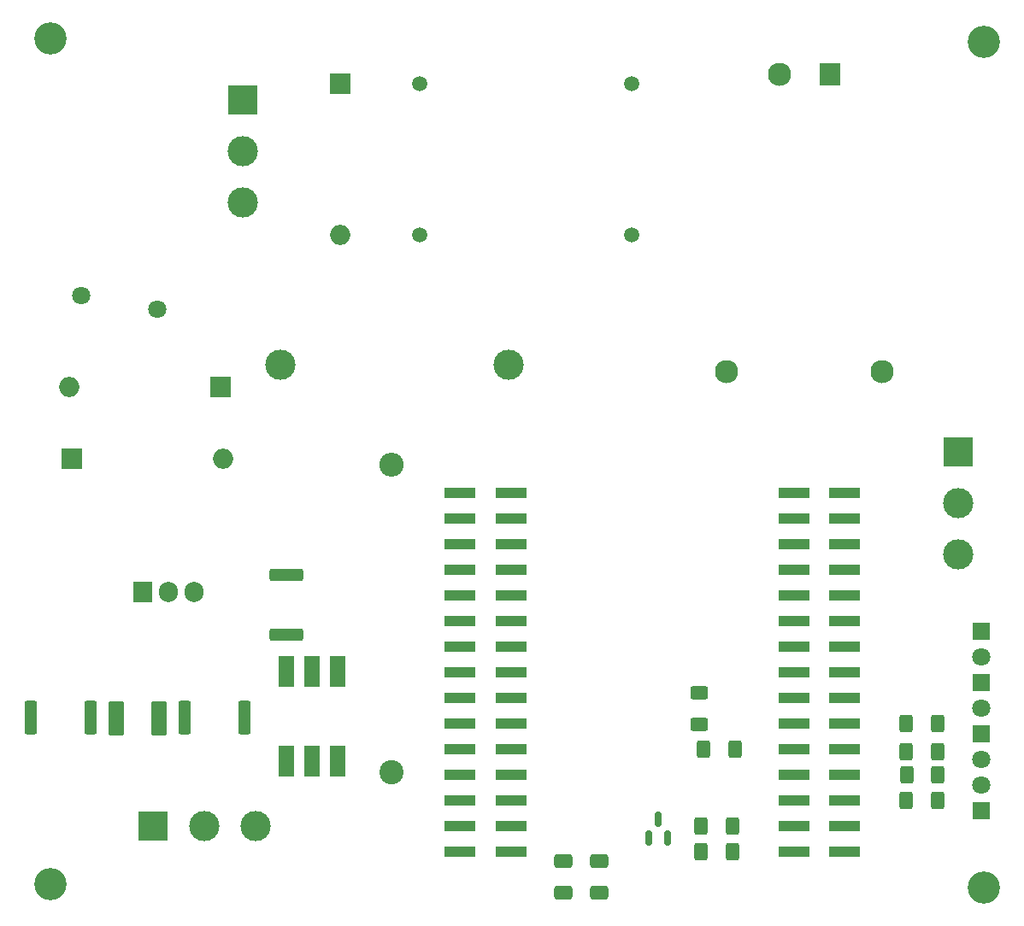
<source format=gts>
%TF.GenerationSoftware,KiCad,Pcbnew,(6.0.4)*%
%TF.CreationDate,2022-05-12T18:27:44+02:00*%
%TF.ProjectId,projekt_1,70726f6a-656b-4745-9f31-2e6b69636164,rev?*%
%TF.SameCoordinates,Original*%
%TF.FileFunction,Soldermask,Top*%
%TF.FilePolarity,Negative*%
%FSLAX46Y46*%
G04 Gerber Fmt 4.6, Leading zero omitted, Abs format (unit mm)*
G04 Created by KiCad (PCBNEW (6.0.4)) date 2022-05-12 18:27:44*
%MOMM*%
%LPD*%
G01*
G04 APERTURE LIST*
G04 Aperture macros list*
%AMRoundRect*
0 Rectangle with rounded corners*
0 $1 Rounding radius*
0 $2 $3 $4 $5 $6 $7 $8 $9 X,Y pos of 4 corners*
0 Add a 4 corners polygon primitive as box body*
4,1,4,$2,$3,$4,$5,$6,$7,$8,$9,$2,$3,0*
0 Add four circle primitives for the rounded corners*
1,1,$1+$1,$2,$3*
1,1,$1+$1,$4,$5*
1,1,$1+$1,$6,$7*
1,1,$1+$1,$8,$9*
0 Add four rect primitives between the rounded corners*
20,1,$1+$1,$2,$3,$4,$5,0*
20,1,$1+$1,$4,$5,$6,$7,0*
20,1,$1+$1,$6,$7,$8,$9,0*
20,1,$1+$1,$8,$9,$2,$3,0*%
G04 Aperture macros list end*
%ADD10C,3.000000*%
%ADD11R,3.150000X1.000000*%
%ADD12O,1.905000X2.000000*%
%ADD13R,1.905000X2.000000*%
%ADD14C,3.200000*%
%ADD15R,1.800000X1.800000*%
%ADD16C,1.800000*%
%ADD17RoundRect,0.150000X0.150000X-0.587500X0.150000X0.587500X-0.150000X0.587500X-0.150000X-0.587500X0*%
%ADD18RoundRect,0.250000X-0.400000X-0.625000X0.400000X-0.625000X0.400000X0.625000X-0.400000X0.625000X0*%
%ADD19R,3.000000X3.000000*%
%ADD20C,1.500000*%
%ADD21R,1.600000X3.100000*%
%ADD22RoundRect,0.250000X0.400000X0.625000X-0.400000X0.625000X-0.400000X-0.625000X0.400000X-0.625000X0*%
%ADD23RoundRect,0.250000X-0.537500X-1.450000X0.537500X-1.450000X0.537500X1.450000X-0.537500X1.450000X0*%
%ADD24RoundRect,0.250000X0.362500X1.425000X-0.362500X1.425000X-0.362500X-1.425000X0.362500X-1.425000X0*%
%ADD25RoundRect,0.250000X-0.362500X-1.425000X0.362500X-1.425000X0.362500X1.425000X-0.362500X1.425000X0*%
%ADD26RoundRect,0.250000X-0.625000X0.400000X-0.625000X-0.400000X0.625000X-0.400000X0.625000X0.400000X0*%
%ADD27R,2.000000X2.000000*%
%ADD28O,2.000000X2.000000*%
%ADD29RoundRect,0.250000X-0.650000X0.412500X-0.650000X-0.412500X0.650000X-0.412500X0.650000X0.412500X0*%
%ADD30RoundRect,0.250000X-1.425000X0.362500X-1.425000X-0.362500X1.425000X-0.362500X1.425000X0.362500X0*%
%ADD31C,2.400000*%
%ADD32O,2.400000X2.400000*%
%ADD33R,2.000000X2.300000*%
%ADD34C,2.300000*%
G04 APERTURE END LIST*
D10*
%TO.C,F2*%
X72260000Y-49733200D03*
X49660000Y-49733200D03*
%TD*%
D11*
%TO.C,J4*%
X67487800Y-62433200D03*
X67487800Y-64973200D03*
X67487800Y-67513200D03*
X67487800Y-70053200D03*
X67487800Y-72593200D03*
X67487800Y-75133200D03*
X67487800Y-77673200D03*
X67487800Y-80213200D03*
X67487800Y-82753200D03*
X67487800Y-85293200D03*
X67487800Y-87833200D03*
X67487800Y-90373200D03*
X67487800Y-92913200D03*
X67487800Y-95453200D03*
X67487800Y-97993200D03*
X72537800Y-62433200D03*
X72537800Y-64973200D03*
X72537800Y-67513200D03*
X72537800Y-70053200D03*
X72537800Y-72593200D03*
X72537800Y-75133200D03*
X72537800Y-77673200D03*
X72537800Y-80213200D03*
X72537800Y-82753200D03*
X72537800Y-85293200D03*
X72537800Y-87833200D03*
X72537800Y-90373200D03*
X72537800Y-92913200D03*
X72537800Y-95453200D03*
X72537800Y-97993200D03*
%TD*%
D12*
%TO.C,Q2*%
X41122600Y-72263200D03*
X38582600Y-72263200D03*
D13*
X36042600Y-72263200D03*
%TD*%
D14*
%TO.C,H1*%
X26898600Y-17399200D03*
%TD*%
D15*
%TO.C,D2*%
X119126000Y-81280000D03*
D16*
X119126000Y-83820000D03*
%TD*%
D14*
%TO.C,H4*%
X26898600Y-101219200D03*
%TD*%
D15*
%TO.C,D3*%
X119126000Y-93980000D03*
D16*
X119126000Y-91440000D03*
%TD*%
D17*
%TO.C,Q1*%
X86172000Y-96695500D03*
X88072000Y-96695500D03*
X87122000Y-94820500D03*
%TD*%
D18*
%TO.C,R2*%
X111708600Y-88138000D03*
X114808600Y-88138000D03*
%TD*%
D15*
%TO.C,D4*%
X119126000Y-76195000D03*
D16*
X119126000Y-78735000D03*
%TD*%
D19*
%TO.C,J1*%
X116814600Y-58420000D03*
D10*
X116814600Y-63500000D03*
X116814600Y-68580000D03*
%TD*%
D20*
%TO.C,FL1*%
X63510000Y-21913200D03*
X63510000Y-36913200D03*
X84510000Y-36913200D03*
X84510000Y-21913200D03*
%TD*%
D14*
%TO.C,H2*%
X119380000Y-17780000D03*
%TD*%
D21*
%TO.C,U2*%
X50292000Y-89027000D03*
X52832000Y-89027000D03*
X55372000Y-89027000D03*
X55372000Y-80137000D03*
X52832000Y-80137000D03*
X50292000Y-80137000D03*
%TD*%
D15*
%TO.C,D1*%
X119126000Y-86355000D03*
D16*
X119126000Y-88895000D03*
%TD*%
D14*
%TO.C,H3*%
X119380000Y-101600000D03*
%TD*%
D11*
%TO.C,J5*%
X100558600Y-97993200D03*
X100558600Y-95453200D03*
X105608600Y-62433200D03*
X100558600Y-92913200D03*
X105608600Y-64973200D03*
X100558600Y-90373200D03*
X100558600Y-87833200D03*
X100558600Y-85293200D03*
X105608600Y-67513200D03*
X100558600Y-82753200D03*
X100558600Y-80213200D03*
X105608600Y-70053200D03*
X100558600Y-77673200D03*
X105608600Y-72593200D03*
X100558600Y-75133200D03*
X100558600Y-72593200D03*
X105608600Y-75133200D03*
X100558600Y-70053200D03*
X100558600Y-67513200D03*
X100558600Y-64973200D03*
X105608600Y-77673200D03*
X100558600Y-62433200D03*
X105608600Y-80213200D03*
X105608600Y-82753200D03*
X105608600Y-85293200D03*
X105608600Y-87833200D03*
X105608600Y-90373200D03*
X105608600Y-92913200D03*
X105608600Y-95453200D03*
X105608600Y-97993200D03*
%TD*%
D18*
%TO.C,R10*%
X111708600Y-92964000D03*
X114808600Y-92964000D03*
%TD*%
%TO.C,R11*%
X111708600Y-85344000D03*
X114808600Y-85344000D03*
%TD*%
D22*
%TO.C,R4*%
X94488600Y-97993200D03*
X91388600Y-97993200D03*
%TD*%
D23*
%TO.C,C3*%
X33397100Y-84785200D03*
X37672100Y-84785200D03*
%TD*%
D24*
%TO.C,R6*%
X46117100Y-84709200D03*
X40192100Y-84709200D03*
%TD*%
D18*
%TO.C,R9*%
X91642600Y-87833200D03*
X94742600Y-87833200D03*
%TD*%
D25*
%TO.C,R8*%
X30877100Y-84709200D03*
X24952100Y-84709200D03*
%TD*%
D26*
%TO.C,R5*%
X91186000Y-82270000D03*
X91186000Y-85370000D03*
%TD*%
D27*
%TO.C,C2xclass3*%
X29050600Y-59043700D03*
D28*
X44050600Y-59043700D03*
%TD*%
D29*
%TO.C,C1*%
X81254600Y-98970700D03*
X81254600Y-102095700D03*
%TD*%
D19*
%TO.C,J3*%
X37058600Y-95453200D03*
D10*
X42138600Y-95453200D03*
X47218600Y-95453200D03*
%TD*%
D30*
%TO.C,R7*%
X50266600Y-76495700D03*
X50266600Y-70570700D03*
%TD*%
D28*
%TO.C,C2xclass2*%
X28796600Y-51954700D03*
D27*
X43796600Y-51954700D03*
%TD*%
D10*
%TO.C,J6*%
X45948600Y-33655200D03*
X45948600Y-28575200D03*
D19*
X45948600Y-23495200D03*
%TD*%
D31*
%TO.C,F1*%
X60706000Y-90170000D03*
D32*
X60706000Y-59690000D03*
%TD*%
D29*
%TO.C,C4*%
X77698600Y-98970700D03*
X77698600Y-102095700D03*
%TD*%
D18*
%TO.C,R1*%
X111734000Y-90424000D03*
X114834000Y-90424000D03*
%TD*%
D16*
%TO.C,RV1*%
X30006600Y-42861200D03*
X37506600Y-44261200D03*
%TD*%
D33*
%TO.C,PS1*%
X104100000Y-20997500D03*
D34*
X99100000Y-20997500D03*
X109300000Y-50397500D03*
X93900000Y-50397500D03*
%TD*%
D22*
%TO.C,R3*%
X94488600Y-95453200D03*
X91388600Y-95453200D03*
%TD*%
D27*
%TO.C,C2xclass1*%
X55637500Y-21913200D03*
D28*
X55637500Y-36913200D03*
%TD*%
M02*

</source>
